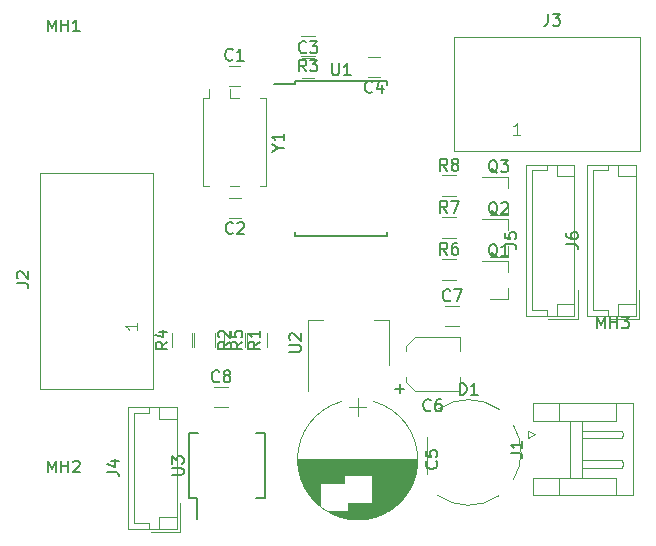
<source format=gbr>
G04 #@! TF.GenerationSoftware,KiCad,Pcbnew,(5.0.0)*
G04 #@! TF.CreationDate,2018-08-24T12:12:44+02:00*
G04 #@! TF.ProjectId,dmx_rgb,646D785F7267622E6B696361645F7063,rev?*
G04 #@! TF.SameCoordinates,Original*
G04 #@! TF.FileFunction,Legend,Top*
G04 #@! TF.FilePolarity,Positive*
%FSLAX46Y46*%
G04 Gerber Fmt 4.6, Leading zero omitted, Abs format (unit mm)*
G04 Created by KiCad (PCBNEW (5.0.0)) date 08/24/18 12:12:44*
%MOMM*%
%LPD*%
G01*
G04 APERTURE LIST*
%ADD10C,0.120000*%
%ADD11C,0.150000*%
G04 APERTURE END LIST*
D10*
G04 #@! TO.C,C5*
X150227264Y-57690437D02*
G75*
G03X150224000Y-47892643I-1383264J4898437D01*
G01*
X147460736Y-57690437D02*
G75*
G02X147464000Y-47892643I1383264J4898437D01*
G01*
X147460736Y-57690437D02*
G75*
G03X150224000Y-57691357I1383264J4898437D01*
G01*
X153894000Y-52792000D02*
X143794000Y-52792000D01*
X153894000Y-52832000D02*
X143794000Y-52832000D01*
X153894000Y-52872000D02*
X143794000Y-52872000D01*
X153893000Y-52912000D02*
X143795000Y-52912000D01*
X153892000Y-52952000D02*
X143796000Y-52952000D01*
X153891000Y-52992000D02*
X143797000Y-52992000D01*
X153889000Y-53032000D02*
X143799000Y-53032000D01*
X153887000Y-53072000D02*
X143801000Y-53072000D01*
X153884000Y-53112000D02*
X143804000Y-53112000D01*
X153882000Y-53152000D02*
X143806000Y-53152000D01*
X153879000Y-53192000D02*
X143809000Y-53192000D01*
X153875000Y-53232000D02*
X143813000Y-53232000D01*
X153872000Y-53272000D02*
X143816000Y-53272000D01*
X153868000Y-53312000D02*
X143820000Y-53312000D01*
X153864000Y-53352000D02*
X143824000Y-53352000D01*
X153859000Y-53392000D02*
X143829000Y-53392000D01*
X153854000Y-53432000D02*
X143834000Y-53432000D01*
X153849000Y-53472000D02*
X143839000Y-53472000D01*
X153843000Y-53513000D02*
X143845000Y-53513000D01*
X153837000Y-53553000D02*
X143851000Y-53553000D01*
X153831000Y-53593000D02*
X143857000Y-53593000D01*
X153825000Y-53633000D02*
X143863000Y-53633000D01*
X153818000Y-53673000D02*
X143870000Y-53673000D01*
X153811000Y-53713000D02*
X143877000Y-53713000D01*
X153803000Y-53753000D02*
X143885000Y-53753000D01*
X153795000Y-53793000D02*
X143893000Y-53793000D01*
X153787000Y-53833000D02*
X143901000Y-53833000D01*
X153779000Y-53873000D02*
X143909000Y-53873000D01*
X153770000Y-53913000D02*
X143918000Y-53913000D01*
X153761000Y-53953000D02*
X143927000Y-53953000D01*
X153751000Y-53993000D02*
X143937000Y-53993000D01*
X153741000Y-54033000D02*
X143947000Y-54033000D01*
X153731000Y-54073000D02*
X143957000Y-54073000D01*
X153720000Y-54113000D02*
X150025000Y-54113000D01*
X147663000Y-54113000D02*
X143968000Y-54113000D01*
X153709000Y-54153000D02*
X150025000Y-54153000D01*
X147663000Y-54153000D02*
X143979000Y-54153000D01*
X153698000Y-54193000D02*
X150025000Y-54193000D01*
X147663000Y-54193000D02*
X143990000Y-54193000D01*
X153687000Y-54233000D02*
X150025000Y-54233000D01*
X147663000Y-54233000D02*
X144001000Y-54233000D01*
X153675000Y-54273000D02*
X150025000Y-54273000D01*
X147663000Y-54273000D02*
X144013000Y-54273000D01*
X153662000Y-54313000D02*
X150025000Y-54313000D01*
X147663000Y-54313000D02*
X144026000Y-54313000D01*
X153650000Y-54353000D02*
X150025000Y-54353000D01*
X147663000Y-54353000D02*
X144038000Y-54353000D01*
X153636000Y-54393000D02*
X150025000Y-54393000D01*
X147663000Y-54393000D02*
X144052000Y-54393000D01*
X153623000Y-54433000D02*
X150025000Y-54433000D01*
X147663000Y-54433000D02*
X144065000Y-54433000D01*
X153609000Y-54473000D02*
X150025000Y-54473000D01*
X147663000Y-54473000D02*
X144079000Y-54473000D01*
X153595000Y-54513000D02*
X150025000Y-54513000D01*
X147663000Y-54513000D02*
X144093000Y-54513000D01*
X153581000Y-54553000D02*
X150025000Y-54553000D01*
X147663000Y-54553000D02*
X144107000Y-54553000D01*
X153566000Y-54593000D02*
X150025000Y-54593000D01*
X147663000Y-54593000D02*
X144122000Y-54593000D01*
X153550000Y-54633000D02*
X150025000Y-54633000D01*
X147663000Y-54633000D02*
X144138000Y-54633000D01*
X153535000Y-54673000D02*
X150025000Y-54673000D01*
X147663000Y-54673000D02*
X144153000Y-54673000D01*
X153518000Y-54713000D02*
X150025000Y-54713000D01*
X147663000Y-54713000D02*
X144170000Y-54713000D01*
X153502000Y-54753000D02*
X150025000Y-54753000D01*
X147663000Y-54753000D02*
X144186000Y-54753000D01*
X153485000Y-54793000D02*
X150025000Y-54793000D01*
X145664000Y-54793000D02*
X144203000Y-54793000D01*
X153468000Y-54833000D02*
X150025000Y-54833000D01*
X145664000Y-54833000D02*
X144220000Y-54833000D01*
X153450000Y-54873000D02*
X150025000Y-54873000D01*
X145664000Y-54873000D02*
X144238000Y-54873000D01*
X153432000Y-54913000D02*
X150025000Y-54913000D01*
X145664000Y-54913000D02*
X144256000Y-54913000D01*
X153413000Y-54953000D02*
X150025000Y-54953000D01*
X145664000Y-54953000D02*
X144275000Y-54953000D01*
X153394000Y-54993000D02*
X150025000Y-54993000D01*
X145664000Y-54993000D02*
X144294000Y-54993000D01*
X153375000Y-55033000D02*
X150025000Y-55033000D01*
X145664000Y-55033000D02*
X144313000Y-55033000D01*
X153355000Y-55073000D02*
X150025000Y-55073000D01*
X145664000Y-55073000D02*
X144333000Y-55073000D01*
X153335000Y-55113000D02*
X150025000Y-55113000D01*
X145664000Y-55113000D02*
X144353000Y-55113000D01*
X153314000Y-55153000D02*
X150025000Y-55153000D01*
X145664000Y-55153000D02*
X144374000Y-55153000D01*
X153293000Y-55193000D02*
X150025000Y-55193000D01*
X145664000Y-55193000D02*
X144395000Y-55193000D01*
X153272000Y-55233000D02*
X150025000Y-55233000D01*
X145664000Y-55233000D02*
X144416000Y-55233000D01*
X153249000Y-55273000D02*
X150025000Y-55273000D01*
X145664000Y-55273000D02*
X144439000Y-55273000D01*
X153227000Y-55313000D02*
X150025000Y-55313000D01*
X145664000Y-55313000D02*
X144461000Y-55313000D01*
X153204000Y-55353000D02*
X150025000Y-55353000D01*
X145664000Y-55353000D02*
X144484000Y-55353000D01*
X153180000Y-55393000D02*
X150025000Y-55393000D01*
X145664000Y-55393000D02*
X144508000Y-55393000D01*
X153156000Y-55433000D02*
X150025000Y-55433000D01*
X145664000Y-55433000D02*
X144532000Y-55433000D01*
X153132000Y-55473000D02*
X150025000Y-55473000D01*
X145664000Y-55473000D02*
X144556000Y-55473000D01*
X153107000Y-55513000D02*
X150025000Y-55513000D01*
X145664000Y-55513000D02*
X144581000Y-55513000D01*
X153081000Y-55553000D02*
X150025000Y-55553000D01*
X145664000Y-55553000D02*
X144607000Y-55553000D01*
X153055000Y-55593000D02*
X150025000Y-55593000D01*
X145664000Y-55593000D02*
X144633000Y-55593000D01*
X153029000Y-55633000D02*
X150025000Y-55633000D01*
X145664000Y-55633000D02*
X144659000Y-55633000D01*
X153001000Y-55673000D02*
X150025000Y-55673000D01*
X145664000Y-55673000D02*
X144687000Y-55673000D01*
X152974000Y-55713000D02*
X150025000Y-55713000D01*
X145664000Y-55713000D02*
X144714000Y-55713000D01*
X152945000Y-55753000D02*
X150025000Y-55753000D01*
X145664000Y-55753000D02*
X144743000Y-55753000D01*
X152916000Y-55793000D02*
X150025000Y-55793000D01*
X145664000Y-55793000D02*
X144772000Y-55793000D01*
X152887000Y-55833000D02*
X150025000Y-55833000D01*
X145664000Y-55833000D02*
X144801000Y-55833000D01*
X152857000Y-55873000D02*
X150025000Y-55873000D01*
X145664000Y-55873000D02*
X144831000Y-55873000D01*
X152826000Y-55913000D02*
X150025000Y-55913000D01*
X145664000Y-55913000D02*
X144862000Y-55913000D01*
X152795000Y-55953000D02*
X150025000Y-55953000D01*
X145664000Y-55953000D02*
X144893000Y-55953000D01*
X152763000Y-55993000D02*
X150025000Y-55993000D01*
X145664000Y-55993000D02*
X144925000Y-55993000D01*
X152730000Y-56033000D02*
X150025000Y-56033000D01*
X145664000Y-56033000D02*
X144958000Y-56033000D01*
X152697000Y-56073000D02*
X150025000Y-56073000D01*
X145664000Y-56073000D02*
X144991000Y-56073000D01*
X152663000Y-56113000D02*
X150025000Y-56113000D01*
X145664000Y-56113000D02*
X145025000Y-56113000D01*
X152628000Y-56153000D02*
X150025000Y-56153000D01*
X145664000Y-56153000D02*
X145060000Y-56153000D01*
X152592000Y-56193000D02*
X150025000Y-56193000D01*
X145664000Y-56193000D02*
X145096000Y-56193000D01*
X152556000Y-56233000D02*
X150025000Y-56233000D01*
X145664000Y-56233000D02*
X145132000Y-56233000D01*
X152519000Y-56273000D02*
X150025000Y-56273000D01*
X145664000Y-56273000D02*
X145169000Y-56273000D01*
X152481000Y-56313000D02*
X150025000Y-56313000D01*
X145664000Y-56313000D02*
X145207000Y-56313000D01*
X152442000Y-56353000D02*
X150025000Y-56353000D01*
X145664000Y-56353000D02*
X145246000Y-56353000D01*
X152403000Y-56393000D02*
X150025000Y-56393000D01*
X145664000Y-56393000D02*
X145285000Y-56393000D01*
X152362000Y-56433000D02*
X150025000Y-56433000D01*
X145664000Y-56433000D02*
X145326000Y-56433000D01*
X152321000Y-56473000D02*
X148024000Y-56473000D01*
X145664000Y-56473000D02*
X145367000Y-56473000D01*
X152279000Y-56513000D02*
X148024000Y-56513000D01*
X145664000Y-56513000D02*
X145409000Y-56513000D01*
X152235000Y-56553000D02*
X148024000Y-56553000D01*
X145664000Y-56553000D02*
X145453000Y-56553000D01*
X152191000Y-56593000D02*
X148024000Y-56593000D01*
X145664000Y-56593000D02*
X145497000Y-56593000D01*
X152146000Y-56633000D02*
X148024000Y-56633000D01*
X145664000Y-56633000D02*
X145542000Y-56633000D01*
X152099000Y-56673000D02*
X148024000Y-56673000D01*
X145664000Y-56673000D02*
X145589000Y-56673000D01*
X152051000Y-56713000D02*
X148024000Y-56713000D01*
X145664000Y-56713000D02*
X145637000Y-56713000D01*
X152002000Y-56753000D02*
X148024000Y-56753000D01*
X151952000Y-56793000D02*
X148024000Y-56793000D01*
X151901000Y-56833000D02*
X148024000Y-56833000D01*
X151848000Y-56873000D02*
X148024000Y-56873000D01*
X151793000Y-56913000D02*
X148024000Y-56913000D01*
X151738000Y-56953000D02*
X148024000Y-56953000D01*
X151680000Y-56993000D02*
X148024000Y-56993000D01*
X151621000Y-57033000D02*
X148024000Y-57033000D01*
X151559000Y-57073000D02*
X148024000Y-57073000D01*
X151496000Y-57113000D02*
X148024000Y-57113000D01*
X151431000Y-57153000D02*
X146257000Y-57153000D01*
X151363000Y-57193000D02*
X146325000Y-57193000D01*
X151293000Y-57233000D02*
X146395000Y-57233000D01*
X151221000Y-57273000D02*
X146467000Y-57273000D01*
X151145000Y-57313000D02*
X146543000Y-57313000D01*
X151066000Y-57353000D02*
X146622000Y-57353000D01*
X150984000Y-57393000D02*
X146704000Y-57393000D01*
X150897000Y-57433000D02*
X146791000Y-57433000D01*
X150806000Y-57473000D02*
X146882000Y-57473000D01*
X150710000Y-57513000D02*
X146978000Y-57513000D01*
X150607000Y-57553000D02*
X147081000Y-57553000D01*
X150498000Y-57593000D02*
X147190000Y-57593000D01*
X150380000Y-57633000D02*
X147308000Y-57633000D01*
X150251000Y-57673000D02*
X147437000Y-57673000D01*
X150109000Y-57713000D02*
X147579000Y-57713000D01*
X149948000Y-57753000D02*
X147740000Y-57753000D01*
X149757000Y-57793000D02*
X147931000Y-57793000D01*
X149516000Y-57833000D02*
X148172000Y-57833000D01*
X149123000Y-57873000D02*
X148565000Y-57873000D01*
X148844000Y-47592000D02*
X148844000Y-49092000D01*
X149594000Y-48342000D02*
X148094000Y-48342000D01*
G04 #@! TO.C,D1*
X154702000Y-50857000D02*
X154702000Y-54057000D01*
X155649843Y-55843479D02*
G75*
G03X160782000Y-55880000I2592157J3646479D01*
G01*
X162049105Y-54487818D02*
G75*
G03X162052000Y-49911000I-3807105J2290818D01*
G01*
X160834157Y-48550521D02*
G75*
G03X155702000Y-48514000I-2592157J-3646479D01*
G01*
G04 #@! TO.C,J1*
X165904000Y-49523000D02*
X163704000Y-49523000D01*
X163704000Y-49523000D02*
X163704000Y-48023000D01*
X163704000Y-48023000D02*
X172204000Y-48023000D01*
X172204000Y-48023000D02*
X172204000Y-55823000D01*
X172204000Y-55823000D02*
X163704000Y-55823000D01*
X163704000Y-55823000D02*
X163704000Y-54323000D01*
X163704000Y-54323000D02*
X165904000Y-54323000D01*
X170704000Y-48023000D02*
X170704000Y-49523000D01*
X170704000Y-49523000D02*
X165904000Y-49523000D01*
X165904000Y-49523000D02*
X165904000Y-48023000D01*
X170704000Y-55823000D02*
X170704000Y-54323000D01*
X170704000Y-54323000D02*
X165904000Y-54323000D01*
X165904000Y-54323000D02*
X165904000Y-55823000D01*
X167854000Y-49523000D02*
X167854000Y-54323000D01*
X166854000Y-49523000D02*
X166854000Y-54323000D01*
X167854000Y-50673000D02*
X167854000Y-50353000D01*
X167854000Y-50353000D02*
X171274000Y-50353000D01*
X171274000Y-50353000D02*
X171354000Y-50673000D01*
X171354000Y-50673000D02*
X171274000Y-50993000D01*
X171274000Y-50993000D02*
X167854000Y-50993000D01*
X167854000Y-50993000D02*
X167854000Y-50673000D01*
X167854000Y-53173000D02*
X167854000Y-52853000D01*
X167854000Y-52853000D02*
X171274000Y-52853000D01*
X171274000Y-52853000D02*
X171354000Y-53173000D01*
X171354000Y-53173000D02*
X171274000Y-53493000D01*
X171274000Y-53493000D02*
X167854000Y-53493000D01*
X167854000Y-53493000D02*
X167854000Y-53173000D01*
X163854000Y-50673000D02*
X163254000Y-50373000D01*
X163254000Y-50373000D02*
X163254000Y-50973000D01*
X163254000Y-50973000D02*
X163854000Y-50673000D01*
G04 #@! TO.C,J2*
X121946000Y-46859000D02*
X121946000Y-28579000D01*
X121946000Y-28579000D02*
X131546000Y-28579000D01*
X131546000Y-28579000D02*
X131546000Y-46859000D01*
X131546000Y-46859000D02*
X121946000Y-46859000D01*
G04 #@! TO.C,J3*
X156976000Y-17044000D02*
X172716000Y-17044000D01*
X172716000Y-17044000D02*
X172716000Y-26644000D01*
X172716000Y-26644000D02*
X156976000Y-26644000D01*
X156976000Y-26644000D02*
X156976000Y-17044000D01*
G04 #@! TO.C,J4*
X129441000Y-58657000D02*
X133541000Y-58657000D01*
X133541000Y-58657000D02*
X133541000Y-48357000D01*
X133541000Y-48357000D02*
X129441000Y-48357000D01*
X129441000Y-48357000D02*
X129441000Y-58657000D01*
X131191000Y-58657000D02*
X131191000Y-58157000D01*
X131191000Y-58157000D02*
X129941000Y-58157000D01*
X129941000Y-58157000D02*
X129941000Y-48857000D01*
X129941000Y-48857000D02*
X131191000Y-48857000D01*
X131191000Y-48857000D02*
X131191000Y-48357000D01*
X132041000Y-58657000D02*
X132041000Y-57657000D01*
X132041000Y-57657000D02*
X133541000Y-57657000D01*
X132041000Y-48357000D02*
X132041000Y-49357000D01*
X132041000Y-49357000D02*
X133541000Y-49357000D01*
X131341000Y-58957000D02*
X133841000Y-58957000D01*
X133841000Y-58957000D02*
X133841000Y-56457000D01*
G04 #@! TO.C,J5*
X163096000Y-40623000D02*
X167196000Y-40623000D01*
X167196000Y-40623000D02*
X167196000Y-27823000D01*
X167196000Y-27823000D02*
X163096000Y-27823000D01*
X163096000Y-27823000D02*
X163096000Y-40623000D01*
X164846000Y-40623000D02*
X164846000Y-40123000D01*
X164846000Y-40123000D02*
X163596000Y-40123000D01*
X163596000Y-40123000D02*
X163596000Y-28323000D01*
X163596000Y-28323000D02*
X164846000Y-28323000D01*
X164846000Y-28323000D02*
X164846000Y-27823000D01*
X165696000Y-40623000D02*
X165696000Y-39623000D01*
X165696000Y-39623000D02*
X167196000Y-39623000D01*
X165696000Y-27823000D02*
X165696000Y-28823000D01*
X165696000Y-28823000D02*
X167196000Y-28823000D01*
X164996000Y-40923000D02*
X167496000Y-40923000D01*
X167496000Y-40923000D02*
X167496000Y-38423000D01*
G04 #@! TO.C,J6*
X168303000Y-40623000D02*
X172403000Y-40623000D01*
X172403000Y-40623000D02*
X172403000Y-27823000D01*
X172403000Y-27823000D02*
X168303000Y-27823000D01*
X168303000Y-27823000D02*
X168303000Y-40623000D01*
X170053000Y-40623000D02*
X170053000Y-40123000D01*
X170053000Y-40123000D02*
X168803000Y-40123000D01*
X168803000Y-40123000D02*
X168803000Y-28323000D01*
X168803000Y-28323000D02*
X170053000Y-28323000D01*
X170053000Y-28323000D02*
X170053000Y-27823000D01*
X170903000Y-40623000D02*
X170903000Y-39623000D01*
X170903000Y-39623000D02*
X172403000Y-39623000D01*
X170903000Y-27823000D02*
X170903000Y-28823000D01*
X170903000Y-28823000D02*
X172403000Y-28823000D01*
X170203000Y-40923000D02*
X172703000Y-40923000D01*
X172703000Y-40923000D02*
X172703000Y-38423000D01*
G04 #@! TO.C,Q1*
X161542000Y-39172000D02*
X161542000Y-38242000D01*
X161542000Y-36012000D02*
X161542000Y-36942000D01*
X161542000Y-36012000D02*
X159382000Y-36012000D01*
X161542000Y-39172000D02*
X160082000Y-39172000D01*
G04 #@! TO.C,Q2*
X161542000Y-35616000D02*
X161542000Y-34686000D01*
X161542000Y-32456000D02*
X161542000Y-33386000D01*
X161542000Y-32456000D02*
X159382000Y-32456000D01*
X161542000Y-35616000D02*
X160082000Y-35616000D01*
G04 #@! TO.C,Q3*
X161542000Y-32060000D02*
X161542000Y-31130000D01*
X161542000Y-28900000D02*
X161542000Y-29830000D01*
X161542000Y-28900000D02*
X159382000Y-28900000D01*
X161542000Y-32060000D02*
X160082000Y-32060000D01*
D11*
G04 #@! TO.C,U1*
X143572000Y-20730000D02*
X143572000Y-20980000D01*
X151322000Y-20730000D02*
X151322000Y-21065000D01*
X151322000Y-33880000D02*
X151322000Y-33545000D01*
X143572000Y-33880000D02*
X143572000Y-33545000D01*
X143572000Y-20730000D02*
X151322000Y-20730000D01*
X143572000Y-33880000D02*
X151322000Y-33880000D01*
X143572000Y-20980000D02*
X141772000Y-20980000D01*
G04 #@! TO.C,U3*
X134590000Y-56090000D02*
X135245000Y-56090000D01*
X134590000Y-50590000D02*
X135340000Y-50590000D01*
X141000000Y-50590000D02*
X140250000Y-50590000D01*
X141000000Y-56090000D02*
X140250000Y-56090000D01*
X134590000Y-56090000D02*
X134590000Y-50590000D01*
X141000000Y-56090000D02*
X141000000Y-50590000D01*
X135245000Y-56090000D02*
X135245000Y-57840000D01*
D10*
G04 #@! TO.C,C1*
X138930000Y-19470000D02*
X137930000Y-19470000D01*
X137930000Y-21170000D02*
X138930000Y-21170000D01*
G04 #@! TO.C,C2*
X137950000Y-32346000D02*
X138950000Y-32346000D01*
X138950000Y-30646000D02*
X137950000Y-30646000D01*
G04 #@! TO.C,C3*
X145153000Y-18835000D02*
X144153000Y-18835000D01*
X144153000Y-20535000D02*
X145153000Y-20535000D01*
G04 #@! TO.C,C4*
X149741000Y-20408000D02*
X150741000Y-20408000D01*
X150741000Y-18708000D02*
X149741000Y-18708000D01*
G04 #@! TO.C,R1*
X137550000Y-43272000D02*
X137550000Y-42072000D01*
X139310000Y-42072000D02*
X139310000Y-43272000D01*
G04 #@! TO.C,R2*
X135010000Y-43272000D02*
X135010000Y-42072000D01*
X136770000Y-42072000D02*
X136770000Y-43272000D01*
G04 #@! TO.C,R3*
X144053000Y-16900000D02*
X145253000Y-16900000D01*
X145253000Y-18660000D02*
X144053000Y-18660000D01*
G04 #@! TO.C,R4*
X134865000Y-42072000D02*
X134865000Y-43272000D01*
X133105000Y-43272000D02*
X133105000Y-42072000D01*
G04 #@! TO.C,R5*
X141215000Y-42072000D02*
X141215000Y-43272000D01*
X139455000Y-43272000D02*
X139455000Y-42072000D01*
G04 #@! TO.C,R6*
X157191000Y-37583000D02*
X155991000Y-37583000D01*
X155991000Y-35823000D02*
X157191000Y-35823000D01*
G04 #@! TO.C,C7*
X157445000Y-41520000D02*
X156245000Y-41520000D01*
X156245000Y-39760000D02*
X157445000Y-39760000D01*
G04 #@! TO.C,C8*
X137887000Y-48378000D02*
X136687000Y-48378000D01*
X136687000Y-46618000D02*
X137887000Y-46618000D01*
G04 #@! TO.C,R7*
X157191000Y-34027000D02*
X155991000Y-34027000D01*
X155991000Y-32267000D02*
X157191000Y-32267000D01*
G04 #@! TO.C,R8*
X157191000Y-30471000D02*
X155991000Y-30471000D01*
X155991000Y-28711000D02*
X157191000Y-28711000D01*
G04 #@! TO.C,C6*
X152904000Y-46224000D02*
X152904000Y-45824000D01*
X157484000Y-46994000D02*
X157484000Y-45824000D01*
X157484000Y-42414000D02*
X157484000Y-43584000D01*
X152904000Y-43184000D02*
X152904000Y-43584000D01*
X153674000Y-46994000D02*
X157484000Y-46994000D01*
X153674000Y-46994000D02*
X152904000Y-46224000D01*
X153674000Y-42414000D02*
X157484000Y-42414000D01*
X153674000Y-42414000D02*
X152904000Y-43184000D01*
G04 #@! TO.C,U2*
X151492000Y-41016000D02*
X150232000Y-41016000D01*
X144672000Y-41016000D02*
X145932000Y-41016000D01*
X151492000Y-44776000D02*
X151492000Y-41016000D01*
X144672000Y-47026000D02*
X144672000Y-41016000D01*
G04 #@! TO.C,Y1*
X140580000Y-22208000D02*
X141130000Y-22208000D01*
X141130000Y-22208000D02*
X141130000Y-29608000D01*
X141130000Y-29608000D02*
X140580000Y-29608000D01*
X136280000Y-21458000D02*
X136280000Y-22208000D01*
X136280000Y-22208000D02*
X135730000Y-22208000D01*
X135730000Y-22208000D02*
X135730000Y-29608000D01*
X135730000Y-29608000D02*
X136280000Y-29608000D01*
X138080000Y-21458000D02*
X138080000Y-22208000D01*
X138080000Y-22208000D02*
X138780000Y-22208000D01*
X138780000Y-29608000D02*
X138080000Y-29608000D01*
G04 #@! TO.C,C5*
D11*
X155511142Y-52958666D02*
X155558761Y-53006285D01*
X155606380Y-53149142D01*
X155606380Y-53244380D01*
X155558761Y-53387238D01*
X155463523Y-53482476D01*
X155368285Y-53530095D01*
X155177809Y-53577714D01*
X155034952Y-53577714D01*
X154844476Y-53530095D01*
X154749238Y-53482476D01*
X154654000Y-53387238D01*
X154606380Y-53244380D01*
X154606380Y-53149142D01*
X154654000Y-53006285D01*
X154701619Y-52958666D01*
X154606380Y-52053904D02*
X154606380Y-52530095D01*
X155082571Y-52577714D01*
X155034952Y-52530095D01*
X154987333Y-52434857D01*
X154987333Y-52196761D01*
X155034952Y-52101523D01*
X155082571Y-52053904D01*
X155177809Y-52006285D01*
X155415904Y-52006285D01*
X155511142Y-52053904D01*
X155558761Y-52101523D01*
X155606380Y-52196761D01*
X155606380Y-52434857D01*
X155558761Y-52530095D01*
X155511142Y-52577714D01*
G04 #@! TO.C,D1*
X157503904Y-47315380D02*
X157503904Y-46315380D01*
X157742000Y-46315380D01*
X157884857Y-46363000D01*
X157980095Y-46458238D01*
X158027714Y-46553476D01*
X158075333Y-46743952D01*
X158075333Y-46886809D01*
X158027714Y-47077285D01*
X157980095Y-47172523D01*
X157884857Y-47267761D01*
X157742000Y-47315380D01*
X157503904Y-47315380D01*
X159027714Y-47315380D02*
X158456285Y-47315380D01*
X158742000Y-47315380D02*
X158742000Y-46315380D01*
X158646761Y-46458238D01*
X158551523Y-46553476D01*
X158456285Y-46601095D01*
G04 #@! TO.C,J1*
X161806380Y-52256333D02*
X162520666Y-52256333D01*
X162663523Y-52303952D01*
X162758761Y-52399190D01*
X162806380Y-52542047D01*
X162806380Y-52637285D01*
X162806380Y-51256333D02*
X162806380Y-51827761D01*
X162806380Y-51542047D02*
X161806380Y-51542047D01*
X161949238Y-51637285D01*
X162044476Y-51732523D01*
X162092095Y-51827761D01*
G04 #@! TO.C,J2*
X119968380Y-37862333D02*
X120682666Y-37862333D01*
X120825523Y-37909952D01*
X120920761Y-38005190D01*
X120968380Y-38148047D01*
X120968380Y-38243285D01*
X120063619Y-37433761D02*
X120016000Y-37386142D01*
X119968380Y-37290904D01*
X119968380Y-37052809D01*
X120016000Y-36957571D01*
X120063619Y-36909952D01*
X120158857Y-36862333D01*
X120254095Y-36862333D01*
X120396952Y-36909952D01*
X120968380Y-37481380D01*
X120968380Y-36862333D01*
D10*
X130188380Y-41223285D02*
X130188380Y-41794714D01*
X130188380Y-41509000D02*
X129188380Y-41509000D01*
X129331238Y-41604238D01*
X129426476Y-41699476D01*
X129474095Y-41794714D01*
G04 #@! TO.C,J3*
D11*
X164972666Y-15066380D02*
X164972666Y-15780666D01*
X164925047Y-15923523D01*
X164829809Y-16018761D01*
X164686952Y-16066380D01*
X164591714Y-16066380D01*
X165353619Y-15066380D02*
X165972666Y-15066380D01*
X165639333Y-15447333D01*
X165782190Y-15447333D01*
X165877428Y-15494952D01*
X165925047Y-15542571D01*
X165972666Y-15637809D01*
X165972666Y-15875904D01*
X165925047Y-15971142D01*
X165877428Y-16018761D01*
X165782190Y-16066380D01*
X165496476Y-16066380D01*
X165401238Y-16018761D01*
X165353619Y-15971142D01*
D10*
X162611714Y-25286380D02*
X162040285Y-25286380D01*
X162326000Y-25286380D02*
X162326000Y-24286380D01*
X162230761Y-24429238D01*
X162135523Y-24524476D01*
X162040285Y-24572095D01*
G04 #@! TO.C,J4*
D11*
X127643380Y-53840333D02*
X128357666Y-53840333D01*
X128500523Y-53887952D01*
X128595761Y-53983190D01*
X128643380Y-54126047D01*
X128643380Y-54221285D01*
X127976714Y-52935571D02*
X128643380Y-52935571D01*
X127595761Y-53173666D02*
X128310047Y-53411761D01*
X128310047Y-52792714D01*
G04 #@! TO.C,J5*
X161298380Y-34556333D02*
X162012666Y-34556333D01*
X162155523Y-34603952D01*
X162250761Y-34699190D01*
X162298380Y-34842047D01*
X162298380Y-34937285D01*
X161298380Y-33603952D02*
X161298380Y-34080142D01*
X161774571Y-34127761D01*
X161726952Y-34080142D01*
X161679333Y-33984904D01*
X161679333Y-33746809D01*
X161726952Y-33651571D01*
X161774571Y-33603952D01*
X161869809Y-33556333D01*
X162107904Y-33556333D01*
X162203142Y-33603952D01*
X162250761Y-33651571D01*
X162298380Y-33746809D01*
X162298380Y-33984904D01*
X162250761Y-34080142D01*
X162203142Y-34127761D01*
G04 #@! TO.C,J6*
X166505380Y-34556333D02*
X167219666Y-34556333D01*
X167362523Y-34603952D01*
X167457761Y-34699190D01*
X167505380Y-34842047D01*
X167505380Y-34937285D01*
X166505380Y-33651571D02*
X166505380Y-33842047D01*
X166553000Y-33937285D01*
X166600619Y-33984904D01*
X166743476Y-34080142D01*
X166933952Y-34127761D01*
X167314904Y-34127761D01*
X167410142Y-34080142D01*
X167457761Y-34032523D01*
X167505380Y-33937285D01*
X167505380Y-33746809D01*
X167457761Y-33651571D01*
X167410142Y-33603952D01*
X167314904Y-33556333D01*
X167076809Y-33556333D01*
X166981571Y-33603952D01*
X166933952Y-33651571D01*
X166886333Y-33746809D01*
X166886333Y-33937285D01*
X166933952Y-34032523D01*
X166981571Y-34080142D01*
X167076809Y-34127761D01*
G04 #@! TO.C,Q1*
X160686761Y-35639619D02*
X160591523Y-35592000D01*
X160496285Y-35496761D01*
X160353428Y-35353904D01*
X160258190Y-35306285D01*
X160162952Y-35306285D01*
X160210571Y-35544380D02*
X160115333Y-35496761D01*
X160020095Y-35401523D01*
X159972476Y-35211047D01*
X159972476Y-34877714D01*
X160020095Y-34687238D01*
X160115333Y-34592000D01*
X160210571Y-34544380D01*
X160401047Y-34544380D01*
X160496285Y-34592000D01*
X160591523Y-34687238D01*
X160639142Y-34877714D01*
X160639142Y-35211047D01*
X160591523Y-35401523D01*
X160496285Y-35496761D01*
X160401047Y-35544380D01*
X160210571Y-35544380D01*
X161591523Y-35544380D02*
X161020095Y-35544380D01*
X161305809Y-35544380D02*
X161305809Y-34544380D01*
X161210571Y-34687238D01*
X161115333Y-34782476D01*
X161020095Y-34830095D01*
G04 #@! TO.C,Q2*
X160686761Y-32083619D02*
X160591523Y-32036000D01*
X160496285Y-31940761D01*
X160353428Y-31797904D01*
X160258190Y-31750285D01*
X160162952Y-31750285D01*
X160210571Y-31988380D02*
X160115333Y-31940761D01*
X160020095Y-31845523D01*
X159972476Y-31655047D01*
X159972476Y-31321714D01*
X160020095Y-31131238D01*
X160115333Y-31036000D01*
X160210571Y-30988380D01*
X160401047Y-30988380D01*
X160496285Y-31036000D01*
X160591523Y-31131238D01*
X160639142Y-31321714D01*
X160639142Y-31655047D01*
X160591523Y-31845523D01*
X160496285Y-31940761D01*
X160401047Y-31988380D01*
X160210571Y-31988380D01*
X161020095Y-31083619D02*
X161067714Y-31036000D01*
X161162952Y-30988380D01*
X161401047Y-30988380D01*
X161496285Y-31036000D01*
X161543904Y-31083619D01*
X161591523Y-31178857D01*
X161591523Y-31274095D01*
X161543904Y-31416952D01*
X160972476Y-31988380D01*
X161591523Y-31988380D01*
G04 #@! TO.C,Q3*
X160686761Y-28527619D02*
X160591523Y-28480000D01*
X160496285Y-28384761D01*
X160353428Y-28241904D01*
X160258190Y-28194285D01*
X160162952Y-28194285D01*
X160210571Y-28432380D02*
X160115333Y-28384761D01*
X160020095Y-28289523D01*
X159972476Y-28099047D01*
X159972476Y-27765714D01*
X160020095Y-27575238D01*
X160115333Y-27480000D01*
X160210571Y-27432380D01*
X160401047Y-27432380D01*
X160496285Y-27480000D01*
X160591523Y-27575238D01*
X160639142Y-27765714D01*
X160639142Y-28099047D01*
X160591523Y-28289523D01*
X160496285Y-28384761D01*
X160401047Y-28432380D01*
X160210571Y-28432380D01*
X160972476Y-27432380D02*
X161591523Y-27432380D01*
X161258190Y-27813333D01*
X161401047Y-27813333D01*
X161496285Y-27860952D01*
X161543904Y-27908571D01*
X161591523Y-28003809D01*
X161591523Y-28241904D01*
X161543904Y-28337142D01*
X161496285Y-28384761D01*
X161401047Y-28432380D01*
X161115333Y-28432380D01*
X161020095Y-28384761D01*
X160972476Y-28337142D01*
G04 #@! TO.C,U1*
X146685095Y-19257380D02*
X146685095Y-20066904D01*
X146732714Y-20162142D01*
X146780333Y-20209761D01*
X146875571Y-20257380D01*
X147066047Y-20257380D01*
X147161285Y-20209761D01*
X147208904Y-20162142D01*
X147256523Y-20066904D01*
X147256523Y-19257380D01*
X148256523Y-20257380D02*
X147685095Y-20257380D01*
X147970809Y-20257380D02*
X147970809Y-19257380D01*
X147875571Y-19400238D01*
X147780333Y-19495476D01*
X147685095Y-19543095D01*
G04 #@! TO.C,U3*
X133117380Y-54101904D02*
X133926904Y-54101904D01*
X134022142Y-54054285D01*
X134069761Y-54006666D01*
X134117380Y-53911428D01*
X134117380Y-53720952D01*
X134069761Y-53625714D01*
X134022142Y-53578095D01*
X133926904Y-53530476D01*
X133117380Y-53530476D01*
X133117380Y-53149523D02*
X133117380Y-52530476D01*
X133498333Y-52863809D01*
X133498333Y-52720952D01*
X133545952Y-52625714D01*
X133593571Y-52578095D01*
X133688809Y-52530476D01*
X133926904Y-52530476D01*
X134022142Y-52578095D01*
X134069761Y-52625714D01*
X134117380Y-52720952D01*
X134117380Y-53006666D01*
X134069761Y-53101904D01*
X134022142Y-53149523D01*
G04 #@! TO.C,C1*
X138263333Y-18927142D02*
X138215714Y-18974761D01*
X138072857Y-19022380D01*
X137977619Y-19022380D01*
X137834761Y-18974761D01*
X137739523Y-18879523D01*
X137691904Y-18784285D01*
X137644285Y-18593809D01*
X137644285Y-18450952D01*
X137691904Y-18260476D01*
X137739523Y-18165238D01*
X137834761Y-18070000D01*
X137977619Y-18022380D01*
X138072857Y-18022380D01*
X138215714Y-18070000D01*
X138263333Y-18117619D01*
X139215714Y-19022380D02*
X138644285Y-19022380D01*
X138930000Y-19022380D02*
X138930000Y-18022380D01*
X138834761Y-18165238D01*
X138739523Y-18260476D01*
X138644285Y-18308095D01*
G04 #@! TO.C,C2*
X138283333Y-33603142D02*
X138235714Y-33650761D01*
X138092857Y-33698380D01*
X137997619Y-33698380D01*
X137854761Y-33650761D01*
X137759523Y-33555523D01*
X137711904Y-33460285D01*
X137664285Y-33269809D01*
X137664285Y-33126952D01*
X137711904Y-32936476D01*
X137759523Y-32841238D01*
X137854761Y-32746000D01*
X137997619Y-32698380D01*
X138092857Y-32698380D01*
X138235714Y-32746000D01*
X138283333Y-32793619D01*
X138664285Y-32793619D02*
X138711904Y-32746000D01*
X138807142Y-32698380D01*
X139045238Y-32698380D01*
X139140476Y-32746000D01*
X139188095Y-32793619D01*
X139235714Y-32888857D01*
X139235714Y-32984095D01*
X139188095Y-33126952D01*
X138616666Y-33698380D01*
X139235714Y-33698380D01*
G04 #@! TO.C,C3*
X144486333Y-18292142D02*
X144438714Y-18339761D01*
X144295857Y-18387380D01*
X144200619Y-18387380D01*
X144057761Y-18339761D01*
X143962523Y-18244523D01*
X143914904Y-18149285D01*
X143867285Y-17958809D01*
X143867285Y-17815952D01*
X143914904Y-17625476D01*
X143962523Y-17530238D01*
X144057761Y-17435000D01*
X144200619Y-17387380D01*
X144295857Y-17387380D01*
X144438714Y-17435000D01*
X144486333Y-17482619D01*
X144819666Y-17387380D02*
X145438714Y-17387380D01*
X145105380Y-17768333D01*
X145248238Y-17768333D01*
X145343476Y-17815952D01*
X145391095Y-17863571D01*
X145438714Y-17958809D01*
X145438714Y-18196904D01*
X145391095Y-18292142D01*
X145343476Y-18339761D01*
X145248238Y-18387380D01*
X144962523Y-18387380D01*
X144867285Y-18339761D01*
X144819666Y-18292142D01*
G04 #@! TO.C,C4*
X150074333Y-21665142D02*
X150026714Y-21712761D01*
X149883857Y-21760380D01*
X149788619Y-21760380D01*
X149645761Y-21712761D01*
X149550523Y-21617523D01*
X149502904Y-21522285D01*
X149455285Y-21331809D01*
X149455285Y-21188952D01*
X149502904Y-20998476D01*
X149550523Y-20903238D01*
X149645761Y-20808000D01*
X149788619Y-20760380D01*
X149883857Y-20760380D01*
X150026714Y-20808000D01*
X150074333Y-20855619D01*
X150931476Y-21093714D02*
X150931476Y-21760380D01*
X150693380Y-20712761D02*
X150455285Y-21427047D01*
X151074333Y-21427047D01*
G04 #@! TO.C,R1*
X140582380Y-42838666D02*
X140106190Y-43172000D01*
X140582380Y-43410095D02*
X139582380Y-43410095D01*
X139582380Y-43029142D01*
X139630000Y-42933904D01*
X139677619Y-42886285D01*
X139772857Y-42838666D01*
X139915714Y-42838666D01*
X140010952Y-42886285D01*
X140058571Y-42933904D01*
X140106190Y-43029142D01*
X140106190Y-43410095D01*
X140582380Y-41886285D02*
X140582380Y-42457714D01*
X140582380Y-42172000D02*
X139582380Y-42172000D01*
X139725238Y-42267238D01*
X139820476Y-42362476D01*
X139868095Y-42457714D01*
G04 #@! TO.C,R2*
X138042380Y-42838666D02*
X137566190Y-43172000D01*
X138042380Y-43410095D02*
X137042380Y-43410095D01*
X137042380Y-43029142D01*
X137090000Y-42933904D01*
X137137619Y-42886285D01*
X137232857Y-42838666D01*
X137375714Y-42838666D01*
X137470952Y-42886285D01*
X137518571Y-42933904D01*
X137566190Y-43029142D01*
X137566190Y-43410095D01*
X137137619Y-42457714D02*
X137090000Y-42410095D01*
X137042380Y-42314857D01*
X137042380Y-42076761D01*
X137090000Y-41981523D01*
X137137619Y-41933904D01*
X137232857Y-41886285D01*
X137328095Y-41886285D01*
X137470952Y-41933904D01*
X138042380Y-42505333D01*
X138042380Y-41886285D01*
G04 #@! TO.C,R3*
X144486333Y-19932380D02*
X144153000Y-19456190D01*
X143914904Y-19932380D02*
X143914904Y-18932380D01*
X144295857Y-18932380D01*
X144391095Y-18980000D01*
X144438714Y-19027619D01*
X144486333Y-19122857D01*
X144486333Y-19265714D01*
X144438714Y-19360952D01*
X144391095Y-19408571D01*
X144295857Y-19456190D01*
X143914904Y-19456190D01*
X144819666Y-18932380D02*
X145438714Y-18932380D01*
X145105380Y-19313333D01*
X145248238Y-19313333D01*
X145343476Y-19360952D01*
X145391095Y-19408571D01*
X145438714Y-19503809D01*
X145438714Y-19741904D01*
X145391095Y-19837142D01*
X145343476Y-19884761D01*
X145248238Y-19932380D01*
X144962523Y-19932380D01*
X144867285Y-19884761D01*
X144819666Y-19837142D01*
G04 #@! TO.C,R4*
X132737380Y-42838666D02*
X132261190Y-43172000D01*
X132737380Y-43410095D02*
X131737380Y-43410095D01*
X131737380Y-43029142D01*
X131785000Y-42933904D01*
X131832619Y-42886285D01*
X131927857Y-42838666D01*
X132070714Y-42838666D01*
X132165952Y-42886285D01*
X132213571Y-42933904D01*
X132261190Y-43029142D01*
X132261190Y-43410095D01*
X132070714Y-41981523D02*
X132737380Y-41981523D01*
X131689761Y-42219619D02*
X132404047Y-42457714D01*
X132404047Y-41838666D01*
G04 #@! TO.C,R5*
X139087380Y-42838666D02*
X138611190Y-43172000D01*
X139087380Y-43410095D02*
X138087380Y-43410095D01*
X138087380Y-43029142D01*
X138135000Y-42933904D01*
X138182619Y-42886285D01*
X138277857Y-42838666D01*
X138420714Y-42838666D01*
X138515952Y-42886285D01*
X138563571Y-42933904D01*
X138611190Y-43029142D01*
X138611190Y-43410095D01*
X138087380Y-41933904D02*
X138087380Y-42410095D01*
X138563571Y-42457714D01*
X138515952Y-42410095D01*
X138468333Y-42314857D01*
X138468333Y-42076761D01*
X138515952Y-41981523D01*
X138563571Y-41933904D01*
X138658809Y-41886285D01*
X138896904Y-41886285D01*
X138992142Y-41933904D01*
X139039761Y-41981523D01*
X139087380Y-42076761D01*
X139087380Y-42314857D01*
X139039761Y-42410095D01*
X138992142Y-42457714D01*
G04 #@! TO.C,R6*
X156424333Y-35455380D02*
X156091000Y-34979190D01*
X155852904Y-35455380D02*
X155852904Y-34455380D01*
X156233857Y-34455380D01*
X156329095Y-34503000D01*
X156376714Y-34550619D01*
X156424333Y-34645857D01*
X156424333Y-34788714D01*
X156376714Y-34883952D01*
X156329095Y-34931571D01*
X156233857Y-34979190D01*
X155852904Y-34979190D01*
X157281476Y-34455380D02*
X157091000Y-34455380D01*
X156995761Y-34503000D01*
X156948142Y-34550619D01*
X156852904Y-34693476D01*
X156805285Y-34883952D01*
X156805285Y-35264904D01*
X156852904Y-35360142D01*
X156900523Y-35407761D01*
X156995761Y-35455380D01*
X157186238Y-35455380D01*
X157281476Y-35407761D01*
X157329095Y-35360142D01*
X157376714Y-35264904D01*
X157376714Y-35026809D01*
X157329095Y-34931571D01*
X157281476Y-34883952D01*
X157186238Y-34836333D01*
X156995761Y-34836333D01*
X156900523Y-34883952D01*
X156852904Y-34931571D01*
X156805285Y-35026809D01*
G04 #@! TO.C,C7*
X156678333Y-39297142D02*
X156630714Y-39344761D01*
X156487857Y-39392380D01*
X156392619Y-39392380D01*
X156249761Y-39344761D01*
X156154523Y-39249523D01*
X156106904Y-39154285D01*
X156059285Y-38963809D01*
X156059285Y-38820952D01*
X156106904Y-38630476D01*
X156154523Y-38535238D01*
X156249761Y-38440000D01*
X156392619Y-38392380D01*
X156487857Y-38392380D01*
X156630714Y-38440000D01*
X156678333Y-38487619D01*
X157011666Y-38392380D02*
X157678333Y-38392380D01*
X157249761Y-39392380D01*
G04 #@! TO.C,C8*
X137120333Y-46155142D02*
X137072714Y-46202761D01*
X136929857Y-46250380D01*
X136834619Y-46250380D01*
X136691761Y-46202761D01*
X136596523Y-46107523D01*
X136548904Y-46012285D01*
X136501285Y-45821809D01*
X136501285Y-45678952D01*
X136548904Y-45488476D01*
X136596523Y-45393238D01*
X136691761Y-45298000D01*
X136834619Y-45250380D01*
X136929857Y-45250380D01*
X137072714Y-45298000D01*
X137120333Y-45345619D01*
X137691761Y-45678952D02*
X137596523Y-45631333D01*
X137548904Y-45583714D01*
X137501285Y-45488476D01*
X137501285Y-45440857D01*
X137548904Y-45345619D01*
X137596523Y-45298000D01*
X137691761Y-45250380D01*
X137882238Y-45250380D01*
X137977476Y-45298000D01*
X138025095Y-45345619D01*
X138072714Y-45440857D01*
X138072714Y-45488476D01*
X138025095Y-45583714D01*
X137977476Y-45631333D01*
X137882238Y-45678952D01*
X137691761Y-45678952D01*
X137596523Y-45726571D01*
X137548904Y-45774190D01*
X137501285Y-45869428D01*
X137501285Y-46059904D01*
X137548904Y-46155142D01*
X137596523Y-46202761D01*
X137691761Y-46250380D01*
X137882238Y-46250380D01*
X137977476Y-46202761D01*
X138025095Y-46155142D01*
X138072714Y-46059904D01*
X138072714Y-45869428D01*
X138025095Y-45774190D01*
X137977476Y-45726571D01*
X137882238Y-45678952D01*
G04 #@! TO.C,R7*
X156424333Y-31899380D02*
X156091000Y-31423190D01*
X155852904Y-31899380D02*
X155852904Y-30899380D01*
X156233857Y-30899380D01*
X156329095Y-30947000D01*
X156376714Y-30994619D01*
X156424333Y-31089857D01*
X156424333Y-31232714D01*
X156376714Y-31327952D01*
X156329095Y-31375571D01*
X156233857Y-31423190D01*
X155852904Y-31423190D01*
X156757666Y-30899380D02*
X157424333Y-30899380D01*
X156995761Y-31899380D01*
G04 #@! TO.C,R8*
X156424333Y-28343380D02*
X156091000Y-27867190D01*
X155852904Y-28343380D02*
X155852904Y-27343380D01*
X156233857Y-27343380D01*
X156329095Y-27391000D01*
X156376714Y-27438619D01*
X156424333Y-27533857D01*
X156424333Y-27676714D01*
X156376714Y-27771952D01*
X156329095Y-27819571D01*
X156233857Y-27867190D01*
X155852904Y-27867190D01*
X156995761Y-27771952D02*
X156900523Y-27724333D01*
X156852904Y-27676714D01*
X156805285Y-27581476D01*
X156805285Y-27533857D01*
X156852904Y-27438619D01*
X156900523Y-27391000D01*
X156995761Y-27343380D01*
X157186238Y-27343380D01*
X157281476Y-27391000D01*
X157329095Y-27438619D01*
X157376714Y-27533857D01*
X157376714Y-27581476D01*
X157329095Y-27676714D01*
X157281476Y-27724333D01*
X157186238Y-27771952D01*
X156995761Y-27771952D01*
X156900523Y-27819571D01*
X156852904Y-27867190D01*
X156805285Y-27962428D01*
X156805285Y-28152904D01*
X156852904Y-28248142D01*
X156900523Y-28295761D01*
X156995761Y-28343380D01*
X157186238Y-28343380D01*
X157281476Y-28295761D01*
X157329095Y-28248142D01*
X157376714Y-28152904D01*
X157376714Y-27962428D01*
X157329095Y-27867190D01*
X157281476Y-27819571D01*
X157186238Y-27771952D01*
G04 #@! TO.C,C6*
X155027333Y-48601142D02*
X154979714Y-48648761D01*
X154836857Y-48696380D01*
X154741619Y-48696380D01*
X154598761Y-48648761D01*
X154503523Y-48553523D01*
X154455904Y-48458285D01*
X154408285Y-48267809D01*
X154408285Y-48124952D01*
X154455904Y-47934476D01*
X154503523Y-47839238D01*
X154598761Y-47744000D01*
X154741619Y-47696380D01*
X154836857Y-47696380D01*
X154979714Y-47744000D01*
X155027333Y-47791619D01*
X155884476Y-47696380D02*
X155694000Y-47696380D01*
X155598761Y-47744000D01*
X155551142Y-47791619D01*
X155455904Y-47934476D01*
X155408285Y-48124952D01*
X155408285Y-48505904D01*
X155455904Y-48601142D01*
X155503523Y-48648761D01*
X155598761Y-48696380D01*
X155789238Y-48696380D01*
X155884476Y-48648761D01*
X155932095Y-48601142D01*
X155979714Y-48505904D01*
X155979714Y-48267809D01*
X155932095Y-48172571D01*
X155884476Y-48124952D01*
X155789238Y-48077333D01*
X155598761Y-48077333D01*
X155503523Y-48124952D01*
X155455904Y-48172571D01*
X155408285Y-48267809D01*
X152033047Y-46785428D02*
X152794952Y-46785428D01*
X152414000Y-47166380D02*
X152414000Y-46404476D01*
G04 #@! TO.C,U2*
X143034380Y-43687904D02*
X143843904Y-43687904D01*
X143939142Y-43640285D01*
X143986761Y-43592666D01*
X144034380Y-43497428D01*
X144034380Y-43306952D01*
X143986761Y-43211714D01*
X143939142Y-43164095D01*
X143843904Y-43116476D01*
X143034380Y-43116476D01*
X143129619Y-42687904D02*
X143082000Y-42640285D01*
X143034380Y-42545047D01*
X143034380Y-42306952D01*
X143082000Y-42211714D01*
X143129619Y-42164095D01*
X143224857Y-42116476D01*
X143320095Y-42116476D01*
X143462952Y-42164095D01*
X144034380Y-42735523D01*
X144034380Y-42116476D01*
G04 #@! TO.C,Y1*
X142106190Y-26384190D02*
X142582380Y-26384190D01*
X141582380Y-26717523D02*
X142106190Y-26384190D01*
X141582380Y-26050857D01*
X142582380Y-25193714D02*
X142582380Y-25765142D01*
X142582380Y-25479428D02*
X141582380Y-25479428D01*
X141725238Y-25574666D01*
X141820476Y-25669904D01*
X141868095Y-25765142D01*
G04 #@! TO.C,MH1*
X122618666Y-16556380D02*
X122618666Y-15556380D01*
X122952000Y-16270666D01*
X123285333Y-15556380D01*
X123285333Y-16556380D01*
X123761523Y-16556380D02*
X123761523Y-15556380D01*
X123761523Y-16032571D02*
X124332952Y-16032571D01*
X124332952Y-16556380D02*
X124332952Y-15556380D01*
X125332952Y-16556380D02*
X124761523Y-16556380D01*
X125047238Y-16556380D02*
X125047238Y-15556380D01*
X124952000Y-15699238D01*
X124856761Y-15794476D01*
X124761523Y-15842095D01*
G04 #@! TO.C,MH2*
X122618666Y-53894380D02*
X122618666Y-52894380D01*
X122952000Y-53608666D01*
X123285333Y-52894380D01*
X123285333Y-53894380D01*
X123761523Y-53894380D02*
X123761523Y-52894380D01*
X123761523Y-53370571D02*
X124332952Y-53370571D01*
X124332952Y-53894380D02*
X124332952Y-52894380D01*
X124761523Y-52989619D02*
X124809142Y-52942000D01*
X124904380Y-52894380D01*
X125142476Y-52894380D01*
X125237714Y-52942000D01*
X125285333Y-52989619D01*
X125332952Y-53084857D01*
X125332952Y-53180095D01*
X125285333Y-53322952D01*
X124713904Y-53894380D01*
X125332952Y-53894380D01*
G04 #@! TO.C,MH3*
X169100666Y-41702380D02*
X169100666Y-40702380D01*
X169434000Y-41416666D01*
X169767333Y-40702380D01*
X169767333Y-41702380D01*
X170243523Y-41702380D02*
X170243523Y-40702380D01*
X170243523Y-41178571D02*
X170814952Y-41178571D01*
X170814952Y-41702380D02*
X170814952Y-40702380D01*
X171195904Y-40702380D02*
X171814952Y-40702380D01*
X171481619Y-41083333D01*
X171624476Y-41083333D01*
X171719714Y-41130952D01*
X171767333Y-41178571D01*
X171814952Y-41273809D01*
X171814952Y-41511904D01*
X171767333Y-41607142D01*
X171719714Y-41654761D01*
X171624476Y-41702380D01*
X171338761Y-41702380D01*
X171243523Y-41654761D01*
X171195904Y-41607142D01*
G04 #@! TD*
M02*

</source>
